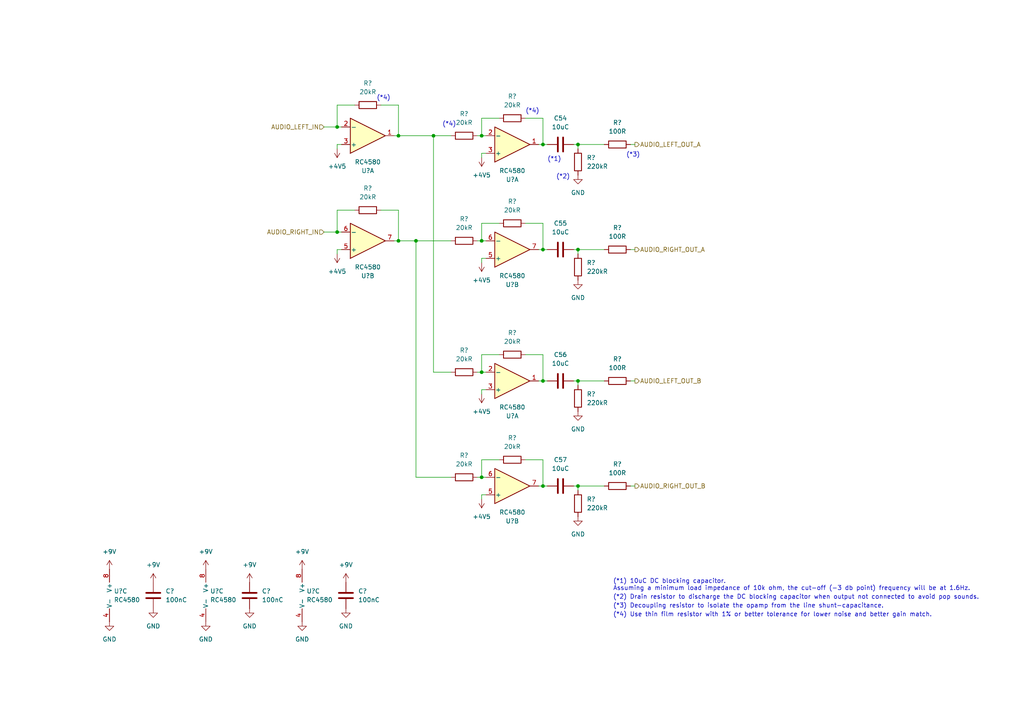
<source format=kicad_sch>
(kicad_sch (version 20230121) (generator eeschema)
  (paper "A4")
  (lib_symbols
    (symbol "Amplifier_Operational:NE5532" (pin_names (offset 0.127))
      (property "Reference" "U" (at 0 5.08 0))
      (property "Value" "NE5532" (at 0 -5.08 0))
      (symbol "NE5532_1_1"
        (polyline (pts (xy -5.08 5.08) (xy 5.08 0) (xy -5.08 -5.08) (xy -5.08 5.08)) (stroke (width 0.254)) (fill (type background)))
        (pin output line (at 7.62 0 180) (length 2.54) (name "~") (number "1"))
        (pin input line (at -7.62 -2.54 0) (length 2.54) (name "-") (number "2"))
        (pin input line (at -7.62 2.54 0) (length 2.54) (name "+") (number "3"))
      )
      (symbol "NE5532_2_1"
        (polyline (pts (xy -5.08 5.08) (xy 5.08 0) (xy -5.08 -5.08) (xy -5.08 5.08)) (stroke (width 0.254)) (fill (type background)))
        (pin input line (at -7.62 2.54 0) (length 2.54) (name "+") (number "5"))
        (pin input line (at -7.62 -2.54 0) (length 2.54) (name "-") (number "6"))
        (pin output line (at 7.62 0 180) (length 2.54) (name "~") (number "7"))
      )
      (symbol "NE5532_3_1"
        (pin power_in line (at -2.54 -7.62 90) (length 3.81) (name "V-") (number "4"))
        (pin power_in line (at -2.54 7.62 270) (length 3.81) (name "V+") (number "8"))
      )
    )
    (symbol "Device:C" (pin_numbers hide) (pin_names (offset 0.254))
      (property "Reference" "C" (at 0.635 2.54 0))
      (property "Value" "C" (at 0.635 -2.54 0))
      (symbol "C_0_1"
        (polyline (pts (xy -2.032 -0.762) (xy 2.032 -0.762)) (stroke (width 0.508)))
        (polyline (pts (xy -2.032 0.762) (xy 2.032 0.762)) (stroke (width 0.508)))
      )
      (symbol "C_1_1"
        (pin passive line (at 0 3.81 270) (length 2.794) (name "~") (number "1"))
        (pin passive line (at 0 -3.81 90) (length 2.794) (name "~") (number "2"))
      )
    )
    (symbol "Device:R" (pin_numbers hide) (pin_names (offset 0))
      (property "Reference" "R" (at 2.032 0 90))
      (property "Value" "R" (at 0 0 90))
      (symbol "R_0_1"
        (rectangle (start -1.016 -2.54) (end 1.016 2.54) (stroke (width 0.254)))
      )
      (symbol "R_1_1"
        (pin passive line (at 0 3.81 270) (length 1.27) (name "~") (number "1"))
        (pin passive line (at 0 -3.81 90) (length 1.27) (name "~") (number "2"))
      )
    )
    (symbol "power:+9V" (power) (pin_names (offset 0))
      (property "Value" "+9V" (at 0 3.556 0))
      (symbol "+9V_0_1"
        (polyline (pts (xy -0.762 1.27) (xy 0 2.54)))
        (polyline (pts (xy 0 0) (xy 0 2.54)))
        (polyline (pts (xy 0 2.54) (xy 0.762 1.27)))
      )
      (symbol "+9V_1_1"
        (pin power_in line (at 0 0 90) (length 0) hide (name "+9V") (number "1"))
      )
    )
    (symbol "power:GND" (power) (pin_names (offset 0))
      (property "Value" "GND" (at 0 -3.81 0))
      (symbol "GND_0_1"
        (polyline (pts (xy 0 0) (xy 0 -1.27) (xy 1.27 -1.27) (xy 0 -2.54) (xy -1.27 -1.27) (xy 0 -1.27)))
      )
      (symbol "GND_1_1"
        (pin power_in line (at 0 0 270) (length 0) hide (name "GND") (number "1"))
      )
    )
    (symbol "power_custom:+4V5" (power) (pin_names (offset 0))
      (property "Value" "+4V5" (at 0 3.556 0))
      (symbol "+4V5_0_1"
        (polyline (pts (xy -0.762 1.27) (xy 0 2.54)))
        (polyline (pts (xy 0 0) (xy 0 2.54)))
        (polyline (pts (xy 0 2.54) (xy 0.762 1.27)))
      )
      (symbol "+4V5_1_1"
        (pin power_in line (at 0 0 90) (length 0) hide (name "+4V5") (number "1"))
      )
    )
  )
  (junction (at 139.7 107.95))
  (junction (at 139.7 39.37))
  (junction (at 167.64 41.91))
  (junction (at 157.48 140.97))
  (junction (at 139.7 69.85))
  (junction (at 139.7 138.43))
  (junction (at 97.79 36.83))
  (junction (at 120.65 69.85))
  (junction (at 157.48 72.39))
  (junction (at 167.64 110.49))
  (junction (at 125.73 39.37))
  (junction (at 167.64 140.97))
  (junction (at 115.57 39.37))
  (junction (at 115.57 69.85))
  (junction (at 167.64 72.39))
  (junction (at 157.48 41.91))
  (junction (at 157.48 110.49))
  (junction (at 97.79 67.31))
  (wire (pts (xy 140.97 74.93) (xy 139.7 74.93)))
  (wire (pts (xy 115.57 39.37) (xy 125.73 39.37)))
  (wire (pts (xy 182.88 41.91) (xy 184.15 41.91)))
  (wire (pts (xy 182.88 140.97) (xy 184.15 140.97)))
  (wire (pts (xy 138.43 107.95) (xy 139.7 107.95)))
  (wire (pts (xy 139.7 64.77) (xy 144.78 64.77)))
  (wire (pts (xy 157.48 64.77) (xy 157.48 72.39)))
  (wire (pts (xy 138.43 39.37) (xy 139.7 39.37)))
  (wire (pts (xy 125.73 39.37) (xy 125.73 107.95)))
  (wire (pts (xy 156.21 72.39) (xy 157.48 72.39)))
  (wire (pts (xy 156.21 140.97) (xy 157.48 140.97)))
  (wire (pts (xy 157.48 34.29) (xy 157.48 41.91)))
  (wire (pts (xy 97.79 36.83) (xy 97.79 30.48)))
  (wire (pts (xy 167.64 110.49) (xy 167.64 111.76)))
  (wire (pts (xy 139.7 34.29) (xy 144.78 34.29)))
  (wire (pts (xy 138.43 69.85) (xy 139.7 69.85)))
  (wire (pts (xy 167.64 140.97) (xy 175.26 140.97)))
  (wire (pts (xy 110.49 60.96) (xy 115.57 60.96)))
  (wire (pts (xy 140.97 39.37) (xy 139.7 39.37)))
  (wire (pts (xy 120.65 69.85) (xy 120.65 138.43)))
  (wire (pts (xy 140.97 113.03) (xy 139.7 113.03)))
  (wire (pts (xy 139.7 39.37) (xy 139.7 34.29)))
  (wire (pts (xy 139.7 143.51) (xy 139.7 144.78)))
  (wire (pts (xy 139.7 74.93) (xy 139.7 76.2)))
  (wire (pts (xy 97.79 30.48) (xy 102.87 30.48)))
  (wire (pts (xy 152.4 34.29) (xy 157.48 34.29)))
  (wire (pts (xy 167.64 140.97) (xy 167.64 142.24)))
  (wire (pts (xy 120.65 69.85) (xy 130.81 69.85)))
  (wire (pts (xy 144.78 102.87) (xy 139.7 102.87)))
  (wire (pts (xy 166.37 41.91) (xy 167.64 41.91)))
  (wire (pts (xy 144.78 133.35) (xy 139.7 133.35)))
  (wire (pts (xy 130.81 107.95) (xy 125.73 107.95)))
  (wire (pts (xy 140.97 143.51) (xy 139.7 143.51)))
  (wire (pts (xy 93.98 67.31) (xy 97.79 67.31)))
  (wire (pts (xy 99.06 36.83) (xy 97.79 36.83)))
  (wire (pts (xy 97.79 67.31) (xy 97.79 60.96)))
  (wire (pts (xy 115.57 39.37) (xy 115.57 30.48)))
  (wire (pts (xy 97.79 72.39) (xy 97.79 73.66)))
  (wire (pts (xy 139.7 133.35) (xy 139.7 138.43)))
  (wire (pts (xy 157.48 110.49) (xy 157.48 102.87)))
  (wire (pts (xy 157.48 133.35) (xy 152.4 133.35)))
  (wire (pts (xy 114.3 39.37) (xy 115.57 39.37)))
  (wire (pts (xy 93.98 36.83) (xy 97.79 36.83)))
  (wire (pts (xy 156.21 110.49) (xy 157.48 110.49)))
  (wire (pts (xy 139.7 69.85) (xy 139.7 64.77)))
  (wire (pts (xy 130.81 138.43) (xy 120.65 138.43)))
  (wire (pts (xy 182.88 72.39) (xy 184.15 72.39)))
  (wire (pts (xy 138.43 138.43) (xy 139.7 138.43)))
  (wire (pts (xy 166.37 110.49) (xy 167.64 110.49)))
  (wire (pts (xy 157.48 41.91) (xy 158.75 41.91)))
  (wire (pts (xy 166.37 140.97) (xy 167.64 140.97)))
  (wire (pts (xy 139.7 44.45) (xy 139.7 45.72)))
  (wire (pts (xy 140.97 69.85) (xy 139.7 69.85)))
  (wire (pts (xy 166.37 72.39) (xy 167.64 72.39)))
  (wire (pts (xy 167.64 110.49) (xy 175.26 110.49)))
  (wire (pts (xy 157.48 140.97) (xy 157.48 133.35)))
  (wire (pts (xy 99.06 67.31) (xy 97.79 67.31)))
  (wire (pts (xy 139.7 107.95) (xy 140.97 107.95)))
  (wire (pts (xy 139.7 138.43) (xy 140.97 138.43)))
  (wire (pts (xy 99.06 41.91) (xy 97.79 41.91)))
  (wire (pts (xy 167.64 72.39) (xy 175.26 72.39)))
  (wire (pts (xy 157.48 72.39) (xy 158.75 72.39)))
  (wire (pts (xy 152.4 64.77) (xy 157.48 64.77)))
  (wire (pts (xy 125.73 39.37) (xy 130.81 39.37)))
  (wire (pts (xy 157.48 140.97) (xy 158.75 140.97)))
  (wire (pts (xy 167.64 72.39) (xy 167.64 73.66)))
  (wire (pts (xy 115.57 60.96) (xy 115.57 69.85)))
  (wire (pts (xy 140.97 44.45) (xy 139.7 44.45)))
  (wire (pts (xy 182.88 110.49) (xy 184.15 110.49)))
  (wire (pts (xy 97.79 60.96) (xy 102.87 60.96)))
  (wire (pts (xy 157.48 102.87) (xy 152.4 102.87)))
  (wire (pts (xy 97.79 41.91) (xy 97.79 43.18)))
  (wire (pts (xy 139.7 102.87) (xy 139.7 107.95)))
  (wire (pts (xy 115.57 69.85) (xy 120.65 69.85)))
  (wire (pts (xy 115.57 30.48) (xy 110.49 30.48)))
  (wire (pts (xy 167.64 41.91) (xy 167.64 43.18)))
  (wire (pts (xy 156.21 41.91) (xy 157.48 41.91)))
  (wire (pts (xy 167.64 41.91) (xy 175.26 41.91)))
  (wire (pts (xy 115.57 69.85) (xy 114.3 69.85)))
  (wire (pts (xy 99.06 72.39) (xy 97.79 72.39)))
  (wire (pts (xy 157.48 110.49) (xy 158.75 110.49)))
  (wire (pts (xy 139.7 113.03) (xy 139.7 114.3)))
  (text "(*3)" (at 181.61 45.72 0) (effects (font (size 1.27 1.27)) (justify left bottom)))
  (text "(*1)" (at 158.75 46.99 0) (effects (font (size 1.27 1.27)) (justify left bottom)))
  (text "(*3) Decoupling resistor to isolate the opamp from the line shunt-capacitance." (at 177.8 176.53 0) (effects (font (size 1.27 1.27)) (justify left bottom)))
  (text "(*2)" (at 161.29 52.07 0) (effects (font (size 1.27 1.27)) (justify left bottom)))
  (text "(*2) Drain resistor to discharge the DC blocking capacitor when output not connected to avoid pop sounds." (at 177.8 173.99 0) (effects (font (size 1.27 1.27)) (justify left bottom)))
  (text "(*1) 10uC DC blocking capacitor.\nAssuming a minimum load impedance of 10k ohm, the cut-off (-3 db point) frequency will be at 1.6Hz." (at 177.8 171.45 0) (effects (font (size 1.27 1.27)) (justify left bottom)))
  (text "(*4)" (at 128.27 36.83 0) (effects (font (size 1.27 1.27)) (justify left bottom)))
  (text "(*4) Use thin film resistor with 1% or better tolerance for lower noise and better gain match." (at 177.8 179.07 0) (effects (font (size 1.27 1.27)) (justify left bottom)))
  (text "(*4)" (at 152.4 33.02 0) (effects (font (size 1.27 1.27)) (justify left bottom)))
  (text "(*4)" (at 109.22 29.21 0) (effects (font (size 1.27 1.27)) (justify left bottom)))
  (hierarchical_label "AUDIO_RIGHT_IN" (shape input) (at 93.98 67.31 180))
  (hierarchical_label "AUDIO_LEFT_OUT_A" (shape output) (at 184.15 41.91 0))
  (hierarchical_label "AUDIO_LEFT_IN" (shape input) (at 93.98 36.83 180))
  (hierarchical_label "AUDIO_RIGHT_OUT_B" (shape output) (at 184.15 140.97 0))
  (hierarchical_label "AUDIO_RIGHT_OUT_A" (shape output) (at 184.15 72.39 0))
  (hierarchical_label "AUDIO_LEFT_OUT_B" (shape output) (at 184.15 110.49 0))
  (symbol (lib_id "power_custom:+4V5") (at 139.7 76.2 0) (mirror x) (unit 1)
    (property "Reference" "#PWR?" (effects hide))
    (property "Value" "+4V5" (at 139.7 81.28 0))
    (instances (project "SCART_switcher" (path "" (reference "#PWR?") (unit 1)) (path "" (reference "#PWR?") (unit 1)) (path "" (reference "#PWR?") (unit 1)) (path "" (reference "#PWR?") (unit 1)) (path "" (reference "#PWR?") (unit 1)) (path "" (reference "#PWR?") (unit 1)) (path "" (reference "#PWR?") (unit 1)) (path "" (reference "#PWR?") (unit 1)) (path "" (reference "#PWR?") (unit 1)) (path "" (reference "#PWR?") (unit 1)) (path "" (reference "#PWR?") (unit 1)) (path "" (reference "#PWR0377") (unit 1))))
  )
  (symbol (lib_id "Device:C") (at 72.39 172.72 0) (unit 1)
    (property "Reference" "C?" (at 75.946 171.45 0) (effects (justify left)))
    (property "Value" "100nC" (at 75.946 173.99 0) (effects (justify left)))
    (property "Footprint" "Capacitor_SMD:C_0805_2012Metric_Pad1.18x1.45mm_HandSolder" (effects hide))
    (property "Datasheet" "https://datasheet.lcsc.com/lcsc/1810191215_Samsung-Electro-Mechanics-CL21B104KBCNNNC_C1711.pdf" (effects hide))
    (property "MPN" "CL21B104KBCNNNC" (effects hide))
    (instances (project "SCART_switcher" (path "" (reference "C?") (unit 1)) (path "" (reference "C?") (unit 1)) (path "" (reference "C?") (unit 1)) (path "" (reference "C?") (unit 1)) (path "" (reference "C?") (unit 1)) (path "" (reference "C?") (unit 1)) (path "" (reference "C?") (unit 1)) (path "" (reference "C?") (unit 1)) (path "" (reference "C?") (unit 1)) (path "" (reference "C?") (unit 1)) (path "" (reference "C?") (unit 1)) (path "" (reference "C52") (unit 1))))
  )
  (symbol (lib_id "Amplifier_Operational:NE5532") (at 62.23 172.72 0) (unit 3)
    (property "Reference" "U?" (at 60.96 171.45 0) (effects (justify left)))
    (property "Value" "RC4580" (at 60.96 173.99 0) (effects (justify left)))
    (property "Datasheet" "https://www.ti.com/lit/ds/symlink/rc4580.pdf" (effects hide))
    (instances (project "SCART_switcher" (path "" (reference "U?") (unit 3)) (path "" (reference "U65") (unit 3))))
  )
  (symbol (lib_id "Device:R") (at 167.64 146.05 0) (unit 1)
    (property "Reference" "R?" (at 170.18 144.78 0) (effects (justify left)))
    (property "Value" "220kR" (at 170.18 147.32 0) (effects (justify left)))
    (property "Footprint" "Resistor_SMD:R_0805_2012Metric_Pad1.20x1.40mm_HandSolder" (effects hide))
    (instances (project "SCART_switcher" (path "" (reference "R?") (unit 1)) (path "" (reference "R73") (unit 1))))
  )
  (symbol (lib_id "power:+9V") (at 44.45 168.91 0) (unit 1)
    (property "Reference" "#PWR?" (effects hide))
    (property "Value" "+9V" (at 44.45 163.83 0))
    (instances (project "SCART_switcher" (path "" (reference "#PWR?") (unit 1)) (path "" (reference "#PWR?") (unit 1)) (path "" (reference "#PWR0364") (unit 1))))
  )
  (symbol (lib_id "Device:R") (at 134.62 138.43 90) (unit 1)
    (property "Reference" "R?" (at 134.62 132.08 90))
    (property "Value" "20kR" (at 134.62 134.62 90))
    (property "Footprint" "Resistor_SMD:R_0805_2012Metric_Pad1.20x1.40mm_HandSolder" (effects hide))
    (instances (project "SCART_switcher" (path "" (reference "R?") (unit 1)) (path "" (reference "R?") (unit 1)) (path "" (reference "R?") (unit 1)) (path "" (reference "R?") (unit 1)) (path "" (reference "R?") (unit 1)) (path "" (reference "R?") (unit 1)) (path "" (reference "R?") (unit 1)) (path "" (reference "R?") (unit 1)) (path "" (reference "R?") (unit 1)) (path "" (reference "R?") (unit 1)) (path "" (reference "R?") (unit 1)) (path "" (reference "R65") (unit 1))))
  )
  (symbol (lib_id "Device:R") (at 134.62 39.37 90) (unit 1)
    (property "Reference" "R?" (at 134.62 33.02 90))
    (property "Value" "20kR" (at 134.62 35.56 90))
    (property "Footprint" "Resistor_SMD:R_0805_2012Metric_Pad1.20x1.40mm_HandSolder" (effects hide))
    (instances (project "SCART_switcher" (path "" (reference "R?") (unit 1)) (path "" (reference "R?") (unit 1)) (path "" (reference "R?") (unit 1)) (path "" (reference "R?") (unit 1)) (path "" (reference "R?") (unit 1)) (path "" (reference "R?") (unit 1)) (path "" (reference "R?") (unit 1)) (path "" (reference "R?") (unit 1)) (path "" (reference "R?") (unit 1)) (path "" (reference "R?") (unit 1)) (path "" (reference "R?") (unit 1)) (path "" (reference "R62") (unit 1))))
  )
  (symbol (lib_id "power:GND") (at 167.64 149.86 0) (unit 1)
    (property "Reference" "#PWR?" (effects hide))
    (property "Value" "GND" (at 167.64 154.94 0))
    (instances (project "SCART_switcher" (path "" (reference "#PWR?") (unit 1)) (path "" (reference "#PWR?") (unit 1)) (path "" (reference "#PWR0383") (unit 1))))
  )
  (symbol (lib_id "Amplifier_Operational:NE5532") (at 90.17 172.72 0) (unit 3)
    (property "Reference" "U?" (at 88.9 171.45 0) (effects (justify left)))
    (property "Value" "RC4580" (at 88.9 173.99 0) (effects (justify left)))
    (property "Datasheet" "https://www.ti.com/lit/ds/symlink/rc4580.pdf" (effects hide))
    (instances (project "SCART_switcher" (path "" (reference "U?") (unit 3)) (path "" (reference "U66") (unit 3))))
  )
  (symbol (lib_id "power:GND") (at 100.33 176.53 0) (unit 1)
    (property "Reference" "#PWR?" (effects hide))
    (property "Value" "GND" (at 100.33 181.61 0))
    (instances (project "SCART_switcher" (path "" (reference "#PWR?") (unit 1)) (path "" (reference "#PWR?") (unit 1)) (path "" (reference "#PWR?") (unit 1)) (path "" (reference "#PWR?") (unit 1)) (path "" (reference "#PWR?") (unit 1)) (path "" (reference "#PWR?") (unit 1)) (path "" (reference "#PWR?") (unit 1)) (path "" (reference "#PWR?") (unit 1)) (path "" (reference "#PWR?") (unit 1)) (path "" (reference "#PWR?") (unit 1)) (path "" (reference "#PWR?") (unit 1)) (path "" (reference "#PWR0375") (unit 1))))
  )
  (symbol (lib_id "Amplifier_Operational:NE5532") (at 106.68 39.37 0) (mirror x) (unit 1)
    (property "Reference" "U?" (at 106.68 49.53 0))
    (property "Value" "RC4580" (at 106.68 46.99 0))
    (property "Datasheet" "https://www.ti.com/lit/ds/symlink/rc4580.pdf" (effects hide))
    (instances (project "SCART_switcher" (path "" (reference "U?") (unit 1)) (path "" (reference "U64") (unit 1))))
  )
  (symbol (lib_id "power:+9V") (at 87.63 165.1 0) (unit 1)
    (property "Reference" "#PWR?" (effects hide))
    (property "Value" "+9V" (at 87.63 160.02 0))
    (instances (project "SCART_switcher" (path "" (reference "#PWR?") (unit 1)) (path "" (reference "#PWR?") (unit 1)) (path "" (reference "#PWR0370") (unit 1))))
  )
  (symbol (lib_id "Device:R") (at 148.59 34.29 90) (unit 1)
    (property "Reference" "R?" (at 148.59 27.94 90))
    (property "Value" "20kR" (at 148.59 30.48 90))
    (property "Footprint" "Resistor_SMD:R_0805_2012Metric_Pad1.20x1.40mm_HandSolder" (effects hide))
    (instances (project "SCART_switcher" (path "" (reference "R?") (unit 1)) (path "" (reference "R?") (unit 1)) (path "" (reference "R?") (unit 1)) (path "" (reference "R?") (unit 1)) (path "" (reference "R?") (unit 1)) (path "" (reference "R?") (unit 1)) (path "" (reference "R?") (unit 1)) (path "" (reference "R?") (unit 1)) (path "" (reference "R?") (unit 1)) (path "" (reference "R?") (unit 1)) (path "" (reference "R?") (unit 1)) (path "" (reference "R66") (unit 1))))
  )
  (symbol (lib_id "Device:R") (at 167.64 115.57 0) (unit 1)
    (property "Reference" "R?" (at 170.18 114.3 0) (effects (justify left)))
    (property "Value" "220kR" (at 170.18 116.84 0) (effects (justify left)))
    (property "Footprint" "Resistor_SMD:R_0805_2012Metric_Pad1.20x1.40mm_HandSolder" (effects hide))
    (instances (project "SCART_switcher" (path "" (reference "R?") (unit 1)) (path "" (reference "R72") (unit 1))))
  )
  (symbol (lib_id "Device:C") (at 162.56 72.39 90) (unit 1)
    (property "Reference" "C55" (at 162.56 64.77 90))
    (property "Value" "10uC" (at 162.56 67.31 90))
  )
  (symbol (lib_id "Amplifier_Operational:NE5532") (at 148.59 140.97 0) (mirror x) (unit 2)
    (property "Reference" "U?" (at 148.59 151.13 0))
    (property "Value" "RC4580" (at 148.59 148.59 0))
    (property "Datasheet" "https://www.ti.com/lit/ds/symlink/rc4580.pdf" (effects hide))
    (instances (project "SCART_switcher" (path "" (reference "U?") (unit 2)) (path "" (reference "U66") (unit 2))))
  )
  (symbol (lib_id "power:+9V") (at 59.69 165.1 0) (unit 1)
    (property "Reference" "#PWR?" (effects hide))
    (property "Value" "+9V" (at 59.69 160.02 0))
    (instances (project "SCART_switcher" (path "" (reference "#PWR?") (unit 1)) (path "" (reference "#PWR?") (unit 1)) (path "" (reference "#PWR0366") (unit 1))))
  )
  (symbol (lib_id "Device:C") (at 44.45 172.72 0) (unit 1)
    (property "Reference" "C?" (at 48.006 171.45 0) (effects (justify left)))
    (property "Value" "100nC" (at 48.006 173.99 0) (effects (justify left)))
    (property "Footprint" "Capacitor_SMD:C_0805_2012Metric_Pad1.18x1.45mm_HandSolder" (effects hide))
    (property "Datasheet" "https://datasheet.lcsc.com/lcsc/1810191215_Samsung-Electro-Mechanics-CL21B104KBCNNNC_C1711.pdf" (effects hide))
    (property "MPN" "CL21B104KBCNNNC" (effects hide))
    (instances (project "SCART_switcher" (path "" (reference "C?") (unit 1)) (path "" (reference "C?") (unit 1)) (path "" (reference "C?") (unit 1)) (path "" (reference "C?") (unit 1)) (path "" (reference "C?") (unit 1)) (path "" (reference "C?") (unit 1)) (path "" (reference "C?") (unit 1)) (path "" (reference "C?") (unit 1)) (path "" (reference "C?") (unit 1)) (path "" (reference "C?") (unit 1)) (path "" (reference "C?") (unit 1)) (path "" (reference "C51") (unit 1))))
  )
  (symbol (lib_id "Amplifier_Operational:NE5532") (at 148.59 72.39 0) (mirror x) (unit 2)
    (property "Reference" "U?" (at 148.59 82.55 0))
    (property "Value" "RC4580" (at 148.59 80.01 0))
    (property "Datasheet" "https://www.ti.com/lit/ds/symlink/rc4580.pdf" (effects hide))
    (instances (project "SCART_switcher" (path "" (reference "U?") (unit 2)) (path "" (reference "U65") (unit 2))))
  )
  (symbol (lib_id "power:GND") (at 87.63 180.34 0) (unit 1)
    (property "Reference" "#PWR?" (effects hide))
    (property "Value" "GND" (at 87.63 185.42 0))
    (instances (project "SCART_switcher" (path "" (reference "#PWR?") (unit 1)) (path "" (reference "#PWR?") (unit 1)) (path "" (reference "#PWR?") (unit 1)) (path "" (reference "#PWR?") (unit 1)) (path "" (reference "#PWR?") (unit 1)) (path "" (reference "#PWR?") (unit 1)) (path "" (reference "#PWR?") (unit 1)) (path "" (reference "#PWR?") (unit 1)) (path "" (reference "#PWR?") (unit 1)) (path "" (reference "#PWR?") (unit 1)) (path "" (reference "#PWR?") (unit 1)) (path "" (reference "#PWR0371") (unit 1))))
  )
  (symbol (lib_id "Amplifier_Operational:NE5532") (at 148.59 110.49 0) (mirror x) (unit 1)
    (property "Reference" "U?" (at 148.59 120.65 0))
    (property "Value" "RC4580" (at 148.59 118.11 0))
    (property "Datasheet" "https://www.ti.com/lit/ds/symlink/rc4580.pdf" (effects hide))
    (instances (project "SCART_switcher" (path "" (reference "U?") (unit 1)) (path "" (reference "U66") (unit 1))))
  )
  (symbol (lib_id "Device:R") (at 179.07 140.97 90) (unit 1)
    (property "Reference" "R?" (at 179.07 134.62 90))
    (property "Value" "100R" (at 179.07 137.16 90))
    (property "Footprint" "Resistor_SMD:R_0805_2012Metric_Pad1.20x1.40mm_HandSolder" (effects hide))
    (instances (project "SCART_switcher" (path "" (reference "R?") (unit 1)) (path "" (reference "R77") (unit 1))))
  )
  (symbol (lib_id "power:GND") (at 59.69 180.34 0) (unit 1)
    (property "Reference" "#PWR?" (effects hide))
    (property "Value" "GND" (at 59.69 185.42 0))
    (instances (project "SCART_switcher" (path "" (reference "#PWR?") (unit 1)) (path "" (reference "#PWR?") (unit 1)) (path "" (reference "#PWR?") (unit 1)) (path "" (reference "#PWR?") (unit 1)) (path "" (reference "#PWR?") (unit 1)) (path "" (reference "#PWR?") (unit 1)) (path "" (reference "#PWR?") (unit 1)) (path "" (reference "#PWR?") (unit 1)) (path "" (reference "#PWR?") (unit 1)) (path "" (reference "#PWR?") (unit 1)) (path "" (reference "#PWR?") (unit 1)) (path "" (reference "#PWR0367") (unit 1))))
  )
  (symbol (lib_id "Device:R") (at 134.62 69.85 90) (unit 1)
    (property "Reference" "R?" (at 134.62 63.5 90))
    (property "Value" "20kR" (at 134.62 66.04 90))
    (property "Footprint" "Resistor_SMD:R_0805_2012Metric_Pad1.20x1.40mm_HandSolder" (effects hide))
    (instances (project "SCART_switcher" (path "" (reference "R?") (unit 1)) (path "" (reference "R?") (unit 1)) (path "" (reference "R?") (unit 1)) (path "" (reference "R?") (unit 1)) (path "" (reference "R?") (unit 1)) (path "" (reference "R?") (unit 1)) (path "" (reference "R?") (unit 1)) (path "" (reference "R?") (unit 1)) (path "" (reference "R?") (unit 1)) (path "" (reference "R?") (unit 1)) (path "" (reference "R?") (unit 1)) (path "" (reference "R63") (unit 1))))
  )
  (symbol (lib_id "power_custom:+4V5") (at 97.79 73.66 0) (mirror x) (unit 1)
    (property "Reference" "#PWR?" (effects hide))
    (property "Value" "+4V5" (at 97.79 78.74 0))
    (instances (project "SCART_switcher" (path "" (reference "#PWR?") (unit 1)) (path "" (reference "#PWR?") (unit 1)) (path "" (reference "#PWR?") (unit 1)) (path "" (reference "#PWR?") (unit 1)) (path "" (reference "#PWR?") (unit 1)) (path "" (reference "#PWR?") (unit 1)) (path "" (reference "#PWR?") (unit 1)) (path "" (reference "#PWR?") (unit 1)) (path "" (reference "#PWR?") (unit 1)) (path "" (reference "#PWR?") (unit 1)) (path "" (reference "#PWR?") (unit 1)) (path "" (reference "#PWR0373") (unit 1))))
  )
  (symbol (lib_id "power:GND") (at 167.64 81.28 0) (unit 1)
    (property "Reference" "#PWR?" (effects hide))
    (property "Value" "GND" (at 167.64 86.36 0))
    (instances (project "SCART_switcher" (path "" (reference "#PWR?") (unit 1)) (path "" (reference "#PWR?") (unit 1)) (path "" (reference "#PWR0381") (unit 1))))
  )
  (symbol (lib_id "Device:R") (at 148.59 102.87 90) (unit 1)
    (property "Reference" "R?" (at 148.59 96.52 90))
    (property "Value" "20kR" (at 148.59 99.06 90))
    (property "Footprint" "Resistor_SMD:R_0805_2012Metric_Pad1.20x1.40mm_HandSolder" (effects hide))
    (instances (project "SCART_switcher" (path "" (reference "R?") (unit 1)) (path "" (reference "R?") (unit 1)) (path "" (reference "R?") (unit 1)) (path "" (reference "R?") (unit 1)) (path "" (reference "R?") (unit 1)) (path "" (reference "R?") (unit 1)) (path "" (reference "R?") (unit 1)) (path "" (reference "R?") (unit 1)) (path "" (reference "R?") (unit 1)) (path "" (reference "R?") (unit 1)) (path "" (reference "R?") (unit 1)) (path "" (reference "R68") (unit 1))))
  )
  (symbol (lib_id "Device:R") (at 179.07 41.91 90) (unit 1)
    (property "Reference" "R?" (at 179.07 35.56 90))
    (property "Value" "100R" (at 179.07 38.1 90))
    (property "Footprint" "Resistor_SMD:R_0805_2012Metric_Pad1.20x1.40mm_HandSolder" (effects hide))
    (instances (project "SCART_switcher" (path "" (reference "R?") (unit 1)) (path "" (reference "R74") (unit 1))))
  )
  (symbol (lib_id "Device:R") (at 179.07 110.49 90) (unit 1)
    (property "Reference" "R?" (at 179.07 104.14 90))
    (property "Value" "100R" (at 179.07 106.68 90))
    (property "Footprint" "Resistor_SMD:R_0805_2012Metric_Pad1.20x1.40mm_HandSolder" (effects hide))
    (instances (project "SCART_switcher" (path "" (reference "R?") (unit 1)) (path "" (reference "R76") (unit 1))))
  )
  (symbol (lib_id "Device:C") (at 162.56 41.91 90) (unit 1)
    (property "Reference" "C54" (at 162.56 34.29 90))
    (property "Value" "10uC" (at 162.56 36.83 90))
  )
  (symbol (lib_id "power:GND") (at 167.64 119.38 0) (unit 1)
    (property "Reference" "#PWR?" (effects hide))
    (property "Value" "GND" (at 167.64 124.46 0))
    (instances (project "SCART_switcher" (path "" (reference "#PWR?") (unit 1)) (path "" (reference "#PWR?") (unit 1)) (path "" (reference "#PWR0382") (unit 1))))
  )
  (symbol (lib_id "Device:R") (at 167.64 77.47 0) (unit 1)
    (property "Reference" "R?" (at 170.18 76.2 0) (effects (justify left)))
    (property "Value" "220kR" (at 170.18 78.74 0) (effects (justify left)))
    (property "Footprint" "Resistor_SMD:R_0805_2012Metric_Pad1.20x1.40mm_HandSolder" (effects hide))
    (instances (project "SCART_switcher" (path "" (reference "R?") (unit 1)) (path "" (reference "R71") (unit 1))))
  )
  (symbol (lib_id "power:GND") (at 72.39 176.53 0) (unit 1)
    (property "Reference" "#PWR?" (effects hide))
    (property "Value" "GND" (at 72.39 181.61 0))
    (instances (project "SCART_switcher" (path "" (reference "#PWR?") (unit 1)) (path "" (reference "#PWR?") (unit 1)) (path "" (reference "#PWR?") (unit 1)) (path "" (reference "#PWR?") (unit 1)) (path "" (reference "#PWR?") (unit 1)) (path "" (reference "#PWR?") (unit 1)) (path "" (reference "#PWR?") (unit 1)) (path "" (reference "#PWR?") (unit 1)) (path "" (reference "#PWR?") (unit 1)) (path "" (reference "#PWR?") (unit 1)) (path "" (reference "#PWR?") (unit 1)) (path "" (reference "#PWR0369") (unit 1))))
  )
  (symbol (lib_id "Device:R") (at 148.59 64.77 90) (unit 1)
    (property "Reference" "R?" (at 148.59 58.42 90))
    (property "Value" "20kR" (at 148.59 60.96 90))
    (property "Footprint" "Resistor_SMD:R_0805_2012Metric_Pad1.20x1.40mm_HandSolder" (effects hide))
    (instances (project "SCART_switcher" (path "" (reference "R?") (unit 1)) (path "" (reference "R?") (unit 1)) (path "" (reference "R?") (unit 1)) (path "" (reference "R?") (unit 1)) (path "" (reference "R?") (unit 1)) (path "" (reference "R?") (unit 1)) (path "" (reference "R?") (unit 1)) (path "" (reference "R?") (unit 1)) (path "" (reference "R?") (unit 1)) (path "" (reference "R?") (unit 1)) (path "" (reference "R?") (unit 1)) (path "" (reference "R67") (unit 1))))
  )
  (symbol (lib_id "Device:R") (at 106.68 60.96 90) (unit 1)
    (property "Reference" "R?" (at 106.68 54.61 90))
    (property "Value" "20kR" (at 106.68 57.15 90))
    (property "Footprint" "Resistor_SMD:R_0805_2012Metric_Pad1.20x1.40mm_HandSolder" (effects hide))
    (instances (project "SCART_switcher" (path "" (reference "R?") (unit 1)) (path "" (reference "R?") (unit 1)) (path "" (reference "R?") (unit 1)) (path "" (reference "R?") (unit 1)) (path "" (reference "R?") (unit 1)) (path "" (reference "R?") (unit 1)) (path "" (reference "R?") (unit 1)) (path "" (reference "R?") (unit 1)) (path "" (reference "R?") (unit 1)) (path "" (reference "R?") (unit 1)) (path "" (reference "R?") (unit 1)) (path "" (reference "R61") (unit 1))))
  )
  (symbol (lib_id "power_custom:+4V5") (at 139.7 144.78 0) (mirror x) (unit 1)
    (property "Reference" "#PWR?" (effects hide))
    (property "Value" "+4V5" (at 139.7 149.86 0))
    (instances (project "SCART_switcher" (path "" (reference "#PWR?") (unit 1)) (path "" (reference "#PWR?") (unit 1)) (path "" (reference "#PWR?") (unit 1)) (path "" (reference "#PWR?") (unit 1)) (path "" (reference "#PWR?") (unit 1)) (path "" (reference "#PWR?") (unit 1)) (path "" (reference "#PWR?") (unit 1)) (path "" (reference "#PWR?") (unit 1)) (path "" (reference "#PWR?") (unit 1)) (path "" (reference "#PWR?") (unit 1)) (path "" (reference "#PWR?") (unit 1)) (path "" (reference "#PWR0379") (unit 1))))
  )
  (symbol (lib_id "power:GND") (at 167.64 50.8 0) (unit 1)
    (property "Reference" "#PWR?" (effects hide))
    (property "Value" "GND" (at 167.64 55.88 0))
    (instances (project "SCART_switcher" (path "" (reference "#PWR?") (unit 1)) (path "" (reference "#PWR?") (unit 1)) (path "" (reference "#PWR0380") (unit 1))))
  )
  (symbol (lib_id "Amplifier_Operational:NE5532") (at 34.29 172.72 0) (unit 3)
    (property "Reference" "U?" (at 33.02 171.45 0) (effects (justify left)))
    (property "Value" "RC4580" (at 33.02 173.99 0) (effects (justify left)))
    (property "Datasheet" "https://www.ti.com/lit/ds/symlink/rc4580.pdf" (effects hide))
    (instances (project "SCART_switcher" (path "" (reference "U?") (unit 3)) (path "" (reference "U64") (unit 3))))
  )
  (symbol (lib_id "power_custom:+4V5") (at 139.7 45.72 0) (mirror x) (unit 1)
    (property "Reference" "#PWR?" (effects hide))
    (property "Value" "+4V5" (at 139.7 50.8 0))
    (instances (project "SCART_switcher" (path "" (reference "#PWR?") (unit 1)) (path "" (reference "#PWR?") (unit 1)) (path "" (reference "#PWR?") (unit 1)) (path "" (reference "#PWR?") (unit 1)) (path "" (reference "#PWR?") (unit 1)) (path "" (reference "#PWR?") (unit 1)) (path "" (reference "#PWR?") (unit 1)) (path "" (reference "#PWR?") (unit 1)) (path "" (reference "#PWR?") (unit 1)) (path "" (reference "#PWR?") (unit 1)) (path "" (reference "#PWR?") (unit 1)) (path "" (reference "#PWR0376") (unit 1))))
  )
  (symbol (lib_id "Amplifier_Operational:NE5532") (at 106.68 69.85 0) (mirror x) (unit 2)
    (property "Reference" "U?" (at 106.68 80.01 0))
    (property "Value" "RC4580" (at 106.68 77.47 0))
    (property "Datasheet" "https://www.ti.com/lit/ds/symlink/rc4580.pdf" (effects hide))
    (instances (project "SCART_switcher" (path "" (reference "U?") (unit 2)) (path "" (reference "U64") (unit 2))))
  )
  (symbol (lib_id "Amplifier_Operational:NE5532") (at 148.59 41.91 0) (mirror x) (unit 1)
    (property "Reference" "U?" (at 148.59 52.07 0))
    (property "Value" "RC4580" (at 148.59 49.53 0))
    (property "Datasheet" "https://www.ti.com/lit/ds/symlink/rc4580.pdf" (effects hide))
    (instances (project "SCART_switcher" (path "" (reference "U?") (unit 1)) (path "" (reference "U65") (unit 1))))
  )
  (symbol (lib_id "power:+9V") (at 100.33 168.91 0) (unit 1)
    (property "Reference" "#PWR?" (effects hide))
    (property "Value" "+9V" (at 100.33 163.83 0))
    (instances (project "SCART_switcher" (path "" (reference "#PWR?") (unit 1)) (path "" (reference "#PWR?") (unit 1)) (path "" (reference "#PWR0374") (unit 1))))
  )
  (symbol (lib_id "Device:C") (at 162.56 140.97 90) (unit 1)
    (property "Reference" "C57" (at 162.56 133.35 90))
    (property "Value" "10uC" (at 162.56 135.89 90))
  )
  (symbol (lib_id "power:GND") (at 44.45 176.53 0) (unit 1)
    (property "Reference" "#PWR?" (effects hide))
    (property "Value" "GND" (at 44.45 181.61 0))
    (instances (project "SCART_switcher" (path "" (reference "#PWR?") (unit 1)) (path "" (reference "#PWR?") (unit 1)) (path "" (reference "#PWR?") (unit 1)) (path "" (reference "#PWR?") (unit 1)) (path "" (reference "#PWR?") (unit 1)) (path "" (reference "#PWR?") (unit 1)) (path "" (reference "#PWR?") (unit 1)) (path "" (reference "#PWR?") (unit 1)) (path "" (reference "#PWR?") (unit 1)) (path "" (reference "#PWR?") (unit 1)) (path "" (reference "#PWR?") (unit 1)) (path "" (reference "#PWR0365") (unit 1))))
  )
  (symbol (lib_id "Device:R") (at 179.07 72.39 90) (unit 1)
    (property "Reference" "R?" (at 179.07 66.04 90))
    (property "Value" "100R" (at 179.07 68.58 90))
    (property "Footprint" "Resistor_SMD:R_0805_2012Metric_Pad1.20x1.40mm_HandSolder" (effects hide))
    (instances (project "SCART_switcher" (path "" (reference "R?") (unit 1)) (path "" (reference "R75") (unit 1))))
  )
  (symbol (lib_id "Device:R") (at 134.62 107.95 90) (unit 1)
    (property "Reference" "R?" (at 134.62 101.6 90))
    (property "Value" "20kR" (at 134.62 104.14 90))
    (property "Footprint" "Resistor_SMD:R_0805_2012Metric_Pad1.20x1.40mm_HandSolder" (effects hide))
    (instances (project "SCART_switcher" (path "" (reference "R?") (unit 1)) (path "" (reference "R?") (unit 1)) (path "" (reference "R?") (unit 1)) (path "" (reference "R?") (unit 1)) (path "" (reference "R?") (unit 1)) (path "" (reference "R?") (unit 1)) (path "" (reference "R?") (unit 1)) (path "" (reference "R?") (unit 1)) (path "" (reference "R?") (unit 1)) (path "" (reference "R?") (unit 1)) (path "" (reference "R?") (unit 1)) (path "" (reference "R64") (unit 1))))
  )
  (symbol (lib_id "Device:R") (at 167.64 46.99 0) (unit 1)
    (property "Reference" "R?" (at 170.18 45.72 0) (effects (justify left)))
    (property "Value" "220kR" (at 170.18 48.26 0) (effects (justify left)))
    (property "Footprint" "Resistor_SMD:R_0805_2012Metric_Pad1.20x1.40mm_HandSolder" (effects hide))
    (instances (project "SCART_switcher" (path "" (reference "R?") (unit 1)) (path "" (reference "R70") (unit 1))))
  )
  (symbol (lib_id "power_custom:+4V5") (at 97.79 43.18 0) (mirror x) (unit 1)
    (property "Reference" "#PWR?" (effects hide))
    (property "Value" "+4V5" (at 97.79 48.26 0))
    (instances (project "SCART_switcher" (path "" (reference "#PWR?") (unit 1)) (path "" (reference "#PWR?") (unit 1)) (path "" (reference "#PWR?") (unit 1)) (path "" (reference "#PWR?") (unit 1)) (path "" (reference "#PWR?") (unit 1)) (path "" (reference "#PWR?") (unit 1)) (path "" (reference "#PWR?") (unit 1)) (path "" (reference "#PWR?") (unit 1)) (path "" (reference "#PWR?") (unit 1)) (path "" (reference "#PWR?") (unit 1)) (path "" (reference "#PWR?") (unit 1)) (path "" (reference "#PWR0372") (unit 1))))
  )
  (symbol (lib_id "power:+9V") (at 31.75 165.1 0) (unit 1)
    (property "Reference" "#PWR?" (effects hide))
    (property "Value" "+9V" (at 31.75 160.02 0))
    (instances (project "SCART_switcher" (path "" (reference "#PWR?") (unit 1)) (path "" (reference "#PWR?") (unit 1)) (path "" (reference "#PWR0362") (unit 1))))
  )
  (symbol (lib_id "power:GND") (at 31.75 180.34 0) (unit 1)
    (property "Reference" "#PWR?" (effects hide))
    (property "Value" "GND" (at 31.75 185.42 0))
    (instances (project "SCART_switcher" (path "" (reference "#PWR?") (unit 1)) (path "" (reference "#PWR?") (unit 1)) (path "" (reference "#PWR?") (unit 1)) (path "" (reference "#PWR?") (unit 1)) (path "" (reference "#PWR?") (unit 1)) (path "" (reference "#PWR?") (unit 1)) (path "" (reference "#PWR?") (unit 1)) (path "" (reference "#PWR?") (unit 1)) (path "" (reference "#PWR?") (unit 1)) (path "" (reference "#PWR?") (unit 1)) (path "" (reference "#PWR?") (unit 1)) (path "" (reference "#PWR0363") (unit 1))))
  )
  (symbol (lib_id "power:+9V") (at 72.39 168.91 0) (unit 1)
    (property "Reference" "#PWR?" (effects hide))
    (property "Value" "+9V" (at 72.39 163.83 0))
    (instances (project "SCART_switcher" (path "" (reference "#PWR?") (unit 1)) (path "" (reference "#PWR?") (unit 1)) (path "" (reference "#PWR0368") (unit 1))))
  )
  (symbol (lib_id "Device:C") (at 162.56 110.49 90) (unit 1)
    (property "Reference" "C56" (at 162.56 102.87 90))
    (property "Value" "10uC" (at 162.56 105.41 90))
  )
  (symbol (lib_id "Device:R") (at 106.68 30.48 90) (unit 1)
    (property "Reference" "R?" (at 106.68 24.13 90))
    (property "Value" "20kR" (at 106.68 26.67 90))
    (property "Footprint" "Resistor_SMD:R_0805_2012Metric_Pad1.20x1.40mm_HandSolder" (effects hide))
    (instances (project "SCART_switcher" (path "" (reference "R?") (unit 1)) (path "" (reference "R?") (unit 1)) (path "" (reference "R?") (unit 1)) (path "" (reference "R?") (unit 1)) (path "" (reference "R?") (unit 1)) (path "" (reference "R?") (unit 1)) (path "" (reference "R?") (unit 1)) (path "" (reference "R?") (unit 1)) (path "" (reference "R?") (unit 1)) (path "" (reference "R?") (unit 1)) (path "" (reference "R?") (unit 1)) (path "" (reference "R60") (unit 1))))
  )
  (symbol (lib_id "power_custom:+4V5") (at 139.7 114.3 0) (mirror x) (unit 1)
    (property "Reference" "#PWR?" (effects hide))
    (property "Value" "+4V5" (at 139.7 119.38 0))
    (instances (project "SCART_switcher" (path "" (reference "#PWR?") (unit 1)) (path "" (reference "#PWR?") (unit 1)) (path "" (reference "#PWR?") (unit 1)) (path "" (reference "#PWR?") (unit 1)) (path "" (reference "#PWR?") (unit 1)) (path "" (reference "#PWR?") (unit 1)) (path "" (reference "#PWR?") (unit 1)) (path "" (reference "#PWR?") (unit 1)) (path "" (reference "#PWR?") (unit 1)) (path "" (reference "#PWR?") (unit 1)) (path "" (reference "#PWR?") (unit 1)) (path "" (reference "#PWR0378") (unit 1))))
  )
  (symbol (lib_id "Device:R") (at 148.59 133.35 90) (unit 1)
    (property "Reference" "R?" (at 148.59 127 90))
    (property "Value" "20kR" (at 148.59 129.54 90))
    (property "Footprint" "Resistor_SMD:R_0805_2012Metric_Pad1.20x1.40mm_HandSolder" (effects hide))
    (instances (project "SCART_switcher" (path "" (reference "R?") (unit 1)) (path "" (reference "R?") (unit 1)) (path "" (reference "R?") (unit 1)) (path "" (reference "R?") (unit 1)) (path "" (reference "R?") (unit 1)) (path "" (reference "R?") (unit 1)) (path "" (reference "R?") (unit 1)) (path "" (reference "R?") (unit 1)) (path "" (reference "R?") (unit 1)) (path "" (reference "R?") (unit 1)) (path "" (reference "R?") (unit 1)) (path "" (reference "R69") (unit 1))))
  )
  (symbol (lib_id "Device:C") (at 100.33 172.72 0) (unit 1)
    (property "Reference" "C?" (at 103.886 171.45 0) (effects (justify left)))
    (property "Value" "100nC" (at 103.886 173.99 0) (effects (justify left)))
    (property "Footprint" "Capacitor_SMD:C_0805_2012Metric_Pad1.18x1.45mm_HandSolder" (effects hide))
    (property "Datasheet" "https://datasheet.lcsc.com/lcsc/1810191215_Samsung-Electro-Mechanics-CL21B104KBCNNNC_C1711.pdf" (effects hide))
    (property "MPN" "CL21B104KBCNNNC" (effects hide))
    (instances (project "SCART_switcher" (path "" (reference "C?") (unit 1)) (path "" (reference "C?") (unit 1)) (path "" (reference "C?") (unit 1)) (path "" (reference "C?") (unit 1)) (path "" (reference "C?") (unit 1)) (path "" (reference "C?") (unit 1)) (path "" (reference "C?") (unit 1)) (path "" (reference "C?") (unit 1)) (path "" (reference "C?") (unit 1)) (path "" (reference "C?") (unit 1)) (path "" (reference "C?") (unit 1)) (path "" (reference "C53") (unit 1))))
  )
)
</source>
